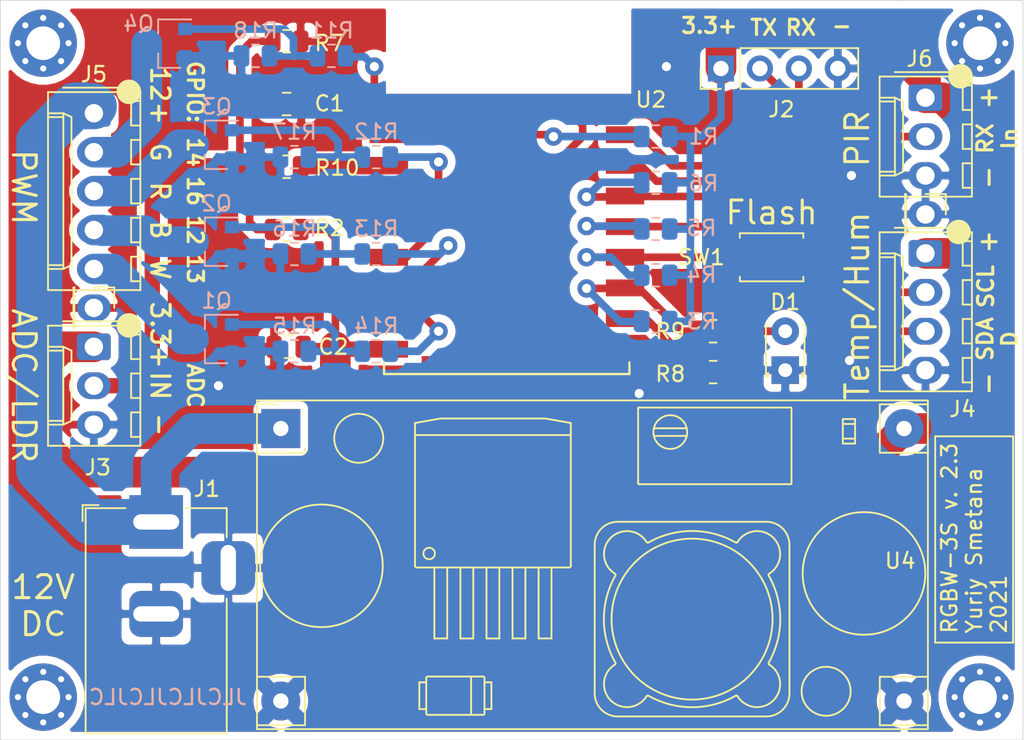
<source format=kicad_pcb>
(kicad_pcb (version 20171130) (host pcbnew "(5.1.9)-1")
  (layers (0 F.Cu signal hide) (31 B.Cu signal hide) (34 B.Paste user hide) (35 F.Paste user) (36 B.SilkS user hide) (37 F.SilkS user) (38 B.Mask user hide) (39 F.Mask user) (44 Edge.Cuts user))
  (net 0 "")
  (net 1 GND)
  (net 2 ADC)
  (net 3 +3V3)
  (net 4 "Net-(D1-Pad2)")
  (net 5 +12V)
  (net 6 TXD)
  (net 7 RXD)
  (net 8 /G-Out)
  (net 9 /R-Out)
  (net 10 /B-Out)
  (net 11 /W-Out)
  (net 12 /SCL)
  (net 13 /SDA-DATA)
  (net 14 "Net-(Q1-Pad1)")
  (net 15 "Net-(Q2-Pad1)")
  (net 16 "Net-(Q3-Pad1)")
  (net 17 "Net-(Q4-Pad1)")
  (net 18 "Net-(R1-Pad2)")
  (net 19 "Net-(R2-Pad2)")
  (net 20 /LED)
  (net 21 "Net-(R4-Pad2)")
  (net 22 "Net-(R8-Pad1)")
  (net 23 "Net-(U2-Pad17)")
  (net 24 "Net-(U2-Pad18)")
  (net 25 "Net-(U2-Pad19)")
  (net 26 "Net-(U2-Pad20)")
  (net 27 "Net-(U2-Pad21)")
  (net 28 "Net-(U2-Pad22)")
  (net 29 "Net-(R10-Pad1)")
  (net 30 White)
  (net 31 Red)
  (net 32 Blue)
  (net 33 Green)
  (module Connector_PinHeader_2.54mm:PinHeader_1x01_P2.54mm_Vertical (layer F.Cu) (at 79.375 39.37 270)
    (fp_text reference REF** hide)
    (fp_text value PinHeader_1x01_P2.54mm_Vertical)
    (pad 4* thru_hole oval (at 0 0 270) (size 1.74 2.2) (drill 1.2) (layers *.Cu *.Mask) (net 1 GND))
  )
  (module Connector_PinHeader_2.54mm:PinHeader_1x01_P2.54mm_Vertical (layer F.Cu) (at 25.146 45.466 270)
    (fp_text reference REF** hide)
    (fp_text value PinHeader_1x01_P2.54mm_Vertical)
    (pad 6* thru_hole oval (at 0 0 270) (size 1.74 2.2) (drill 1.2) (layers *.Cu *.Mask) (net 1 GND))
  )
  (module Package_TO_SOT_SMD:SOT-23 (layer B.Cu) (at 30.099 28.221 180)
    (fp_text reference Q4 (at 2.032 1.297) (layer B.SilkS) (effects (justify mirror)))
    (fp_text value IRLML0040TRPBF)
    (pad 3 smd rect (at 1 0 180) (size 0.9 0.8) (layers B.Cu B.Paste B.Mask) (net 8 /G-Out))
    (pad 2 smd rect (at -1 -0.95 180) (size 0.9 0.8) (layers B.Cu B.Paste B.Mask) (net 1 GND))
    (pad 1 smd rect (at -1 0.95 180) (size 0.9 0.8) (layers B.Cu B.Paste B.Mask) (net 17 "Net-(Q4-Pad1)"))
  )
  (module Package_TO_SOT_SMD:SOT-23 (layer B.Cu) (at 33.147 34.825 180)
    (fp_text reference Q3 (at 0 2.5) (layer B.SilkS) (effects (justify mirror)))
    (fp_text value IRLML0040TRPBF)
    (pad 3 smd rect (at 1 0 180) (size 0.9 0.8) (layers B.Cu B.Paste B.Mask) (net 9 /R-Out))
    (pad 2 smd rect (at -1 -0.95 180) (size 0.9 0.8) (layers B.Cu B.Paste B.Mask) (net 1 GND))
    (pad 1 smd rect (at -1 0.95 180) (size 0.9 0.8) (layers B.Cu B.Paste B.Mask) (net 16 "Net-(Q3-Pad1)"))
  )
  (module Package_TO_SOT_SMD:SOT-23 (layer B.Cu) (at 33.147 47.498 180)
    (fp_text reference Q1 (at 0 2.5) (layer B.SilkS) (effects (justify mirror)))
    (fp_text value IRLML0040TRPBF)
    (pad 3 smd rect (at 1 0 180) (size 0.9 0.8) (layers B.Cu B.Paste B.Mask) (net 11 /W-Out))
    (pad 2 smd rect (at -1 -0.95 180) (size 0.9 0.8) (layers B.Cu B.Paste B.Mask) (net 1 GND))
    (pad 1 smd rect (at -1 0.95 180) (size 0.9 0.8) (layers B.Cu B.Paste B.Mask) (net 14 "Net-(Q1-Pad1)"))
  )
  (module Capacitor_SMD:C_0805_2012Metric (layer F.Cu) (at 37.846 48.006 180)
    (fp_text reference C2 (at -2.921 0) (layer F.SilkS))
    (fp_text value 100nF)
    (pad 2 smd roundrect (at 0.95 0 180) (size 1 1.45) (layers F.Cu F.Paste F.Mask) (net 1 GND))
    (pad 1 smd roundrect (at -0.95 0 180) (size 1 1.45) (layers F.Cu F.Paste F.Mask) (net 3 +3V3))
  )
  (module Capacitor_SMD:C_0805_2012Metric (layer F.Cu) (at 37.719 32.16275)
    (fp_text reference C1 (at 2.794 -0.03175) (layer F.SilkS))
    (fp_text value 1uF)
    (pad 2 smd roundrect (at 0.95 0) (size 1 1.45) (layers F.Cu F.Paste F.Mask) (net 1 GND))
    (pad 1 smd roundrect (at -0.95 0) (size 1 1.45) (layers F.Cu F.Paste F.Mask) (net 2 ADC))
  )
  (module Package_TO_SOT_SMD:SOT-23 (layer B.Cu) (at 33.147 41.148 180)
    (fp_text reference Q2 (at 0 2.5) (layer B.SilkS) (effects (justify mirror)))
    (fp_text value IRLML0040TRPBF)
    (pad 3 smd rect (at 1 0 180) (size 0.9 0.8) (layers B.Cu B.Paste B.Mask) (net 10 /B-Out))
    (pad 2 smd rect (at -1 -0.95 180) (size 0.9 0.8) (layers B.Cu B.Paste B.Mask) (net 1 GND))
    (pad 1 smd rect (at -1 0.95 180) (size 0.9 0.8) (layers B.Cu B.Paste B.Mask) (net 15 "Net-(Q2-Pad1)"))
  )
  (module Resistor_SMD:R_0805_2012Metric (layer B.Cu) (at 35.687 29.021 180)
    (fp_text reference R18 (at 0 1.65) (layer B.SilkS) (effects (justify mirror)))
    (fp_text value 10K)
    (pad 2 smd roundrect (at 0.9125 0 180) (size 1.025 1.4) (layers B.Cu B.Paste B.Mask) (roundrect_rratio 0.243902) (net 1 GND))
    (pad 1 smd roundrect (at -0.9125 0 180) (size 1.025 1.4) (layers B.Cu B.Paste B.Mask) (roundrect_rratio 0.243902) (net 17 "Net-(Q4-Pad1)"))
  )
  (module Resistor_SMD:R_0805_2012Metric (layer B.Cu) (at 38.227 35.625 180)
    (fp_text reference R17 (at 0 1.65) (layer B.SilkS) (effects (justify mirror)))
    (fp_text value 10K)
    (pad 2 smd roundrect (at 0.9125 0 180) (size 1.025 1.4) (layers B.Cu B.Paste B.Mask) (roundrect_rratio 0.243902) (net 1 GND))
    (pad 1 smd roundrect (at -0.9125 0 180) (size 1.025 1.4) (layers B.Cu B.Paste B.Mask) (roundrect_rratio 0.243902) (net 16 "Net-(Q3-Pad1)"))
  )
  (module Resistor_SMD:R_0805_2012Metric (layer B.Cu) (at 38.227 41.948 180)
    (fp_text reference R16 (at 0 1.65) (layer B.SilkS) (effects (justify mirror)))
    (fp_text value 10K)
    (pad 2 smd roundrect (at 0.9125 0 180) (size 1.025 1.4) (layers B.Cu B.Paste B.Mask) (roundrect_rratio 0.243902) (net 1 GND))
    (pad 1 smd roundrect (at -0.9125 0 180) (size 1.025 1.4) (layers B.Cu B.Paste B.Mask) (roundrect_rratio 0.243902) (net 15 "Net-(Q2-Pad1)"))
  )
  (module Resistor_SMD:R_0805_2012Metric (layer B.Cu) (at 38.227 48.298 180)
    (fp_text reference R15 (at 0 1.65) (layer B.SilkS) (effects (justify mirror)))
    (fp_text value 10K)
    (pad 2 smd roundrect (at 0.9125 0 180) (size 1.025 1.4) (layers B.Cu B.Paste B.Mask) (roundrect_rratio 0.243902) (net 1 GND))
    (pad 1 smd roundrect (at -0.9125 0 180) (size 1.025 1.4) (layers B.Cu B.Paste B.Mask) (roundrect_rratio 0.243902) (net 14 "Net-(Q1-Pad1)"))
  )
  (module Resistor_SMD:R_0805_2012Metric (layer B.Cu) (at 43.561 48.298 180)
    (fp_text reference R14 (at 0 1.65) (layer B.SilkS) (effects (justify mirror)))
    (fp_text value 1K)
    (pad 2 smd roundrect (at 0.9125 0 180) (size 1.025 1.4) (layers B.Cu B.Paste B.Mask) (roundrect_rratio 0.243902) (net 14 "Net-(Q1-Pad1)"))
    (pad 1 smd roundrect (at -0.9125 0 180) (size 1.025 1.4) (layers B.Cu B.Paste B.Mask) (roundrect_rratio 0.243902) (net 30 White))
  )
  (module Resistor_SMD:R_0805_2012Metric (layer B.Cu) (at 43.561 41.948 180)
    (fp_text reference R13 (at 0 1.65) (layer B.SilkS) (effects (justify mirror)))
    (fp_text value 1K)
    (pad 2 smd roundrect (at 0.9125 0 180) (size 1.025 1.4) (layers B.Cu B.Paste B.Mask) (roundrect_rratio 0.243902) (net 15 "Net-(Q2-Pad1)"))
    (pad 1 smd roundrect (at -0.9125 0 180) (size 1.025 1.4) (layers B.Cu B.Paste B.Mask) (roundrect_rratio 0.243902) (net 32 Blue))
  )
  (module Resistor_SMD:R_0805_2012Metric (layer B.Cu) (at 43.561 35.625 180)
    (fp_text reference R12 (at 0 1.65) (layer B.SilkS) (effects (justify mirror)))
    (fp_text value 1K)
    (pad 2 smd roundrect (at 0.9125 0 180) (size 1.025 1.4) (layers B.Cu B.Paste B.Mask) (roundrect_rratio 0.243902) (net 16 "Net-(Q3-Pad1)"))
    (pad 1 smd roundrect (at -0.9125 0 180) (size 1.025 1.4) (layers B.Cu B.Paste B.Mask) (roundrect_rratio 0.243902) (net 31 Red))
  )
  (module Resistor_SMD:R_0805_2012Metric (layer B.Cu) (at 40.64 29.021 180)
    (fp_text reference R11 (at 0 1.65) (layer B.SilkS) (effects (justify mirror)))
    (fp_text value 1K)
    (pad 2 smd roundrect (at 0.9125 0 180) (size 1.025 1.4) (layers B.Cu B.Paste B.Mask) (roundrect_rratio 0.243902) (net 17 "Net-(Q4-Pad1)"))
    (pad 1 smd roundrect (at -0.9125 0 180) (size 1.025 1.4) (layers B.Cu B.Paste B.Mask) (roundrect_rratio 0.243902) (net 33 Green))
  )
  (module Resistor_SMD:R_0805_2012Metric (layer F.Cu) (at 37.719 36.2585 180)
    (fp_text reference R10 (at -3.302 -0.0635) (layer F.SilkS))
    (fp_text value 1)
    (pad 2 smd roundrect (at 0.9125 0 180) (size 1.025 1.4) (layers F.Cu F.Paste F.Mask) (roundrect_rratio 0.243902) (net 2 ADC))
    (pad 1 smd roundrect (at -0.9125 0 180) (size 1.025 1.4) (layers F.Cu F.Paste F.Mask) (roundrect_rratio 0.243902) (net 29 "Net-(R10-Pad1)"))
  )
  (module Resistor_SMD:R_0805_2012Metric (layer F.Cu) (at 65.532 46.99)
    (fp_text reference R9 (at -2.794 0) (layer F.SilkS))
    (fp_text value 10K)
    (pad 2 smd roundrect (at 0.9125 0) (size 1.025 1.4) (layers F.Cu F.Paste F.Mask) (roundrect_rratio 0.243902) (net 4 "Net-(D1-Pad2)"))
    (pad 1 smd roundrect (at -0.9125 0) (size 1.025 1.4) (layers F.Cu F.Paste F.Mask) (roundrect_rratio 0.243902) (net 20 /LED))
  )
  (module Resistor_SMD:R_0805_2012Metric (layer F.Cu) (at 65.532 49.657)
    (fp_text reference R8 (at -2.794 0.127) (layer F.SilkS))
    (fp_text value 10K)
    (pad 2 smd roundrect (at 0.9125 0) (size 1.025 1.4) (layers F.Cu F.Paste F.Mask) (roundrect_rratio 0.243902) (net 1 GND))
    (pad 1 smd roundrect (at -0.9125 0) (size 1.025 1.4) (layers F.Cu F.Paste F.Mask) (roundrect_rratio 0.243902) (net 22 "Net-(R8-Pad1)"))
  )
  (module Resistor_SMD:R_0805_2012Metric (layer F.Cu) (at 37.719 28.067)
    (fp_text reference R7 (at 2.794 0.127) (layer F.SilkS))
    (fp_text value 4K7)
    (pad 2 smd roundrect (at 0.9125 0) (size 1.025 1.4) (layers F.Cu F.Paste F.Mask) (roundrect_rratio 0.243902) (net 1 GND))
    (pad 1 smd roundrect (at -0.9125 0) (size 1.025 1.4) (layers F.Cu F.Paste F.Mask) (roundrect_rratio 0.243902) (net 2 ADC))
  )
  (module Resistor_SMD:R_0805_2012Metric (layer B.Cu) (at 61.78296 37.30117 180)
    (fp_text reference R6 (at -3.11404 -0.03683) (layer B.SilkS) (effects (justify mirror)))
    (fp_text value 4K7)
    (pad 1 smd roundrect (at -0.9125 0 180) (size 1.025 1.4) (layers B.Cu B.Paste B.Mask) (roundrect_rratio 0.243902) (net 3 +3V3))
    (pad 2 smd roundrect (at 0.9125 0 180) (size 1.025 1.4) (layers B.Cu B.Paste B.Mask) (roundrect_rratio 0.243902) (net 12 /SCL))
  )
  (module Resistor_SMD:R_0805_2012Metric (layer B.Cu) (at 61.78296 40.31742 180)
    (fp_text reference R5 (at -2.98704 0.05842) (layer B.SilkS) (effects (justify mirror)))
    (fp_text value 4K7)
    (pad 1 smd roundrect (at -0.9125 0 180) (size 1.025 1.4) (layers B.Cu B.Paste B.Mask) (roundrect_rratio 0.243902) (net 3 +3V3))
    (pad 2 smd roundrect (at 0.9125 0 180) (size 1.025 1.4) (layers B.Cu B.Paste B.Mask) (roundrect_rratio 0.243902) (net 13 /SDA-DATA))
  )
  (module Resistor_SMD:R_0805_2012Metric (layer B.Cu) (at 61.78296 43.33367 180)
    (fp_text reference R4 (at -2.98704 0.02667) (layer B.SilkS) (effects (justify mirror)))
    (fp_text value 10K)
    (pad 1 smd roundrect (at -0.9125 0 180) (size 1.025 1.4) (layers B.Cu B.Paste B.Mask) (roundrect_rratio 0.243902) (net 3 +3V3))
    (pad 2 smd roundrect (at 0.9125 0 180) (size 1.025 1.4) (layers B.Cu B.Paste B.Mask) (roundrect_rratio 0.243902) (net 21 "Net-(R4-Pad2)"))
  )
  (module Resistor_SMD:R_0805_2012Metric (layer B.Cu) (at 61.78296 46.34992 180)
    (fp_text reference R3 (at -2.98704 -0.00508) (layer B.SilkS) (effects (justify mirror)))
    (fp_text value 10K)
    (pad 1 smd roundrect (at -0.9125 0 180) (size 1.025 1.4) (layers B.Cu B.Paste B.Mask) (roundrect_rratio 0.243902) (net 3 +3V3))
    (pad 2 smd roundrect (at 0.9125 0 180) (size 1.025 1.4) (layers B.Cu B.Paste B.Mask) (roundrect_rratio 0.243902) (net 20 /LED))
  )
  (module Resistor_SMD:R_0805_2012Metric (layer F.Cu) (at 37.719 40.35425 180)
    (fp_text reference R2 (at -2.794 0.09525) (layer F.SilkS))
    (fp_text value 10K)
    (pad 2 smd roundrect (at 0.9125 0 180) (size 1.025 1.4) (layers F.Cu F.Paste F.Mask) (roundrect_rratio 0.243902) (net 19 "Net-(R2-Pad2)"))
    (pad 1 smd roundrect (at -0.9125 0 180) (size 1.025 1.4) (layers F.Cu F.Paste F.Mask) (roundrect_rratio 0.243902) (net 3 +3V3))
  )
  (module Resistor_SMD:R_0805_2012Metric (layer B.Cu) (at 61.78296 34.28492 180)
    (fp_text reference R1 (at -3.11404 -0.00508) (layer B.SilkS) (effects (justify mirror)))
    (fp_text value 10K)
    (pad 1 smd roundrect (at -0.9125 0 180) (size 1.025 1.4) (layers B.Cu B.Paste B.Mask) (roundrect_rratio 0.243902) (net 3 +3V3))
    (pad 2 smd roundrect (at 0.9125 0 180) (size 1.025 1.4) (layers B.Cu B.Paste B.Mask) (roundrect_rratio 0.243902) (net 18 "Net-(R1-Pad2)"))
  )
  (module Connector_Molex:Molex_KK-254_AE-6410-04A_1x04_P2.54mm_Vertical (layer F.Cu) (at 79.375 41.91 270)
    (fp_text reference J4 (at 10.16 -2.413 180) (layer F.SilkS))
    (fp_text value "Temp. S.")
    (pad 4 thru_hole oval (at 7.62 0 270) (size 1.74 2.2) (drill 1.2) (layers *.Cu *.Mask) (net 1 GND))
    (pad 3 thru_hole oval (at 5.08 0 270) (size 1.74 2.2) (drill 1.2) (layers *.Cu *.Mask) (net 13 /SDA-DATA))
    (pad 2 thru_hole oval (at 2.54 0 270) (size 1.74 2.2) (drill 1.2) (layers *.Cu *.Mask) (net 12 /SCL))
    (pad 1 thru_hole roundrect (at 0 0 270) (size 1.74 2.2) (drill 1.2) (layers *.Cu *.Mask) (roundrect_rratio 0.1436775862068966) (net 3 +3V3))
  )
  (module Connector_Molex:Molex_KK-254_AE-6410-03A_1x03_P2.54mm_Vertical (layer F.Cu) (at 25.146 48.006 270)
    (fp_text reference J5 (at -17.78 0 180) (layer F.SilkS))
    (fp_text value "Light. S.")
    (pad 3 thru_hole oval (at 5.08 0 270) (size 1.74 2.2) (drill 1.2) (layers *.Cu *.Mask) (net 1 GND))
    (pad 2 thru_hole oval (at 2.54 0 270) (size 1.74 2.2) (drill 1.2) (layers *.Cu *.Mask) (net 2 ADC))
    (pad 1 thru_hole roundrect (at 0 0 270) (size 1.74 2.2) (drill 1.2) (layers *.Cu *.Mask) (roundrect_rratio 0.1436775862068966) (net 3 +3V3))
  )
  (module Connector_Molex:Molex_KK-254_AE-6410-03A_1x03_P2.54mm_Vertical (layer F.Cu) (at 79.375 31.75 270)
    (fp_text reference J6 (at -2.54 0.381 180) (layer F.SilkS))
    (fp_text value PIR)
    (pad 3 thru_hole oval (at 5.08 0 270) (size 1.74 2.2) (drill 1.2) (layers *.Cu *.Mask) (net 1 GND))
    (pad 2 thru_hole oval (at 2.54 0 270) (size 1.74 2.2) (drill 1.2) (layers *.Cu *.Mask) (net 7 RXD))
    (pad 1 thru_hole roundrect (at 0 0 270) (size 1.74 2.2) (drill 1.2) (layers *.Cu *.Mask) (roundrect_rratio 0.1436775862068966) (net 3 +3V3))
  )
  (module ESP8266:ESP-12E_SMD (layer F.Cu) (at 45.085 34.163)
    (fp_text reference U2 (at 16.383 -2.286) (layer F.SilkS))
    (fp_text value ESP-12E)
    (pad 1 smd rect (at 0 0) (size 2.5 1.1) (drill (offset -0.7 0)) (layers F.Cu F.Paste F.Mask) (net 18 "Net-(R1-Pad2)"))
    (pad 2 smd rect (at 0 2) (size 2.5 1.1) (drill (offset -0.7 0)) (layers F.Cu F.Paste F.Mask) (net 29 "Net-(R10-Pad1)"))
    (pad 3 smd rect (at 0 4) (size 2.5 1.1) (drill (offset -0.7 0)) (layers F.Cu F.Paste F.Mask) (net 19 "Net-(R2-Pad2)"))
    (pad 4 smd rect (at 0 6) (size 2.5 1.1) (drill (offset -0.7 0)) (layers F.Cu F.Paste F.Mask) (net 31 Red))
    (pad 5 smd rect (at 0 8) (size 2.5 1.1) (drill (offset -0.7 0)) (layers F.Cu F.Paste F.Mask) (net 33 Green))
    (pad 6 smd rect (at 0 10) (size 2.5 1.1) (drill (offset -0.7 0)) (layers F.Cu F.Paste F.Mask) (net 32 Blue))
    (pad 7 smd rect (at 0 12) (size 2.5 1.1) (drill (offset -0.7 0)) (layers F.Cu F.Paste F.Mask) (net 30 White))
    (pad 8 smd rect (at 0 14) (size 2.5 1.1) (drill (offset -0.7 0)) (layers F.Cu F.Paste F.Mask) (net 3 +3V3))
    (pad 9 smd rect (at 14 14) (size 2.5 1.1) (drill (offset 0.7 0)) (layers F.Cu F.Paste F.Mask) (net 1 GND))
    (pad 10 smd rect (at 14 12) (size 2.5 1.1) (drill (offset 0.7 0)) (layers F.Cu F.Paste F.Mask) (net 22 "Net-(R8-Pad1)"))
    (pad 11 smd rect (at 14 10) (size 2.5 1.1) (drill (offset 0.7 0)) (layers F.Cu F.Paste F.Mask) (net 20 /LED))
    (pad 12 smd rect (at 14 8) (size 2.5 1.1) (drill (offset 0.7 0)) (layers F.Cu F.Paste F.Mask) (net 21 "Net-(R4-Pad2)"))
    (pad 13 smd rect (at 14 6) (size 2.5 1.1) (drill (offset 0.7 0)) (layers F.Cu F.Paste F.Mask) (net 13 /SDA-DATA))
    (pad 14 smd rect (at 14 4) (size 2.5 1.1) (drill (offset 0.7 0)) (layers F.Cu F.Paste F.Mask) (net 12 /SCL))
    (pad 15 smd rect (at 14 2) (size 2.5 1.1) (drill (offset 0.7 0)) (layers F.Cu F.Paste F.Mask) (net 7 RXD))
    (pad 16 smd rect (at 14 0) (size 2.5 1.1) (drill (offset 0.7 0)) (layers F.Cu F.Paste F.Mask) (net 6 TXD))
    (pad 17 smd rect (at 1.99 15 90) (size 2.5 1.1) (drill (offset -0.7 0)) (layers F.Cu F.Paste F.Mask) (net 23 "Net-(U2-Pad17)"))
    (pad 18 smd rect (at 3.99 15 90) (size 2.5 1.1) (drill (offset -0.7 0)) (layers F.Cu F.Paste F.Mask) (net 24 "Net-(U2-Pad18)"))
    (pad 19 smd rect (at 5.99 15 90) (size 2.5 1.1) (drill (offset -0.7 0)) (layers F.Cu F.Paste F.Mask) (net 25 "Net-(U2-Pad19)"))
    (pad 20 smd rect (at 7.99 15 90) (size 2.5 1.1) (drill (offset -0.7 0)) (layers F.Cu F.Paste F.Mask) (net 26 "Net-(U2-Pad20)"))
    (pad 21 smd rect (at 9.99 15 90) (size 2.5 1.1) (drill (offset -0.7 0)) (layers F.Cu F.Paste F.Mask) (net 27 "Net-(U2-Pad21)"))
    (pad 22 smd rect (at 11.99 15 90) (size 2.5 1.1) (drill (offset -0.7 0)) (layers F.Cu F.Paste F.Mask) (net 28 "Net-(U2-Pad22)"))
  )
  (module MountingHole:MountingHole_2.2mm_M2_Pad_Via (layer F.Cu) (at 21.844 28.194)
    (fp_text reference REF** (at -3.81 -4.318) (layer F.SilkS))
    (fp_text value MountingHole_2.2mm_M2_Pad_Via hide)
    (pad GND thru_hole circle (at 0 0) (size 4.4 4.4) (drill 2.2) (layers *.Cu *.Mask))
    (pad 1 thru_hole circle (at 1.65 0) (size 0.7 0.7) (drill 0.4) (layers *.Cu *.Mask))
    (pad 1 thru_hole circle (at 1.166726 1.166726) (size 0.7 0.7) (drill 0.4) (layers *.Cu *.Mask))
    (pad 1 thru_hole circle (at 0 1.65) (size 0.7 0.7) (drill 0.4) (layers *.Cu *.Mask))
    (pad 1 thru_hole circle (at -1.166726 1.166726) (size 0.7 0.7) (drill 0.4) (layers *.Cu *.Mask))
    (pad 1 thru_hole circle (at -1.65 0) (size 0.7 0.7) (drill 0.4) (layers *.Cu *.Mask))
    (pad 1 thru_hole circle (at -1.166726 -1.166726) (size 0.7 0.7) (drill 0.4) (layers *.Cu *.Mask))
    (pad 1 thru_hole circle (at 0 -1.65) (size 0.7 0.7) (drill 0.4) (layers *.Cu *.Mask))
    (pad 1 thru_hole circle (at 1.166726 -1.166726) (size 0.7 0.7) (drill 0.4) (layers *.Cu *.Mask))
  )
  (module MountingHole:MountingHole_2.2mm_M2_Pad_Via (layer F.Cu) (at 82.931 28.194)
    (fp_text reference REF** (at 2.54 -5.334) (layer F.SilkS))
    (fp_text value MountingHole_2.2mm_M2_Pad_Via hide)
    (pad 1 thru_hole circle (at 1.166726 -1.166726) (size 0.7 0.7) (drill 0.4) (layers *.Cu *.Mask))
    (pad 1 thru_hole circle (at 0 -1.65) (size 0.7 0.7) (drill 0.4) (layers *.Cu *.Mask))
    (pad 1 thru_hole circle (at -1.166726 -1.166726) (size 0.7 0.7) (drill 0.4) (layers *.Cu *.Mask))
    (pad 1 thru_hole circle (at -1.65 0) (size 0.7 0.7) (drill 0.4) (layers *.Cu *.Mask))
    (pad 1 thru_hole circle (at -1.166726 1.166726) (size 0.7 0.7) (drill 0.4) (layers *.Cu *.Mask))
    (pad 1 thru_hole circle (at 0 1.65) (size 0.7 0.7) (drill 0.4) (layers *.Cu *.Mask))
    (pad 1 thru_hole circle (at 1.166726 1.166726) (size 0.7 0.7) (drill 0.4) (layers *.Cu *.Mask))
    (pad 1 thru_hole circle (at 1.65 0) (size 0.7 0.7) (drill 0.4) (layers *.Cu *.Mask))
    (pad GND thru_hole circle (at 0 0) (size 4.4 4.4) (drill 2.2) (layers *.Cu *.Mask))
  )
  (module MountingHole:MountingHole_2.2mm_M2_Pad_Via (layer F.Cu) (at 82.931 70.866)
    (fp_text reference REF** (at 5.842 0) (layer F.SilkS))
    (fp_text value MountingHole_2.2mm_M2_Pad_Via hide)
    (pad GND thru_hole circle (at 0 0) (size 4.4 4.4) (drill 2.2) (layers *.Cu *.Mask))
    (pad 1 thru_hole circle (at 1.65 0) (size 0.7 0.7) (drill 0.4) (layers *.Cu *.Mask))
    (pad 1 thru_hole circle (at 1.166726 1.166726) (size 0.7 0.7) (drill 0.4) (layers *.Cu *.Mask))
    (pad 1 thru_hole circle (at 0 1.65) (size 0.7 0.7) (drill 0.4) (layers *.Cu *.Mask))
    (pad 1 thru_hole circle (at -1.166726 1.166726) (size 0.7 0.7) (drill 0.4) (layers *.Cu *.Mask))
    (pad 1 thru_hole circle (at -1.65 0) (size 0.7 0.7) (drill 0.4) (layers *.Cu *.Mask))
    (pad 1 thru_hole circle (at -1.166726 -1.166726) (size 0.7 0.7) (drill 0.4) (layers *.Cu *.Mask))
    (pad 1 thru_hole circle (at 0 -1.65) (size 0.7 0.7) (drill 0.4) (layers *.Cu *.Mask))
    (pad 1 thru_hole circle (at 1.166726 -1.166726) (size 0.7 0.7) (drill 0.4) (layers *.Cu *.Mask))
  )
  (module MountingHole:MountingHole_2.2mm_M2_Pad_Via (layer F.Cu) (at 21.844 70.866)
    (fp_text reference REF** (at -5.08 0.508) (layer F.SilkS))
    (fp_text value MountingHole_2.2mm_M2_Pad_Via hide)
    (pad GND thru_hole circle (at 0 0) (size 4.4 4.4) (drill 2.2) (layers *.Cu *.Mask))
    (pad 1 thru_hole circle (at 1.65 0) (size 0.7 0.7) (drill 0.4) (layers *.Cu *.Mask))
    (pad 1 thru_hole circle (at 1.166726 1.166726) (size 0.7 0.7) (drill 0.4) (layers *.Cu *.Mask))
    (pad 1 thru_hole circle (at 0 1.65) (size 0.7 0.7) (drill 0.4) (layers *.Cu *.Mask))
    (pad 1 thru_hole circle (at -1.166726 1.166726) (size 0.7 0.7) (drill 0.4) (layers *.Cu *.Mask))
    (pad 1 thru_hole circle (at -1.65 0) (size 0.7 0.7) (drill 0.4) (layers *.Cu *.Mask))
    (pad 1 thru_hole circle (at -1.166726 -1.166726) (size 0.7 0.7) (drill 0.4) (layers *.Cu *.Mask))
    (pad 1 thru_hole circle (at 0 -1.65) (size 0.7 0.7) (drill 0.4) (layers *.Cu *.Mask))
    (pad 1 thru_hole circle (at 1.166726 -1.166726) (size 0.7 0.7) (drill 0.4) (layers *.Cu *.Mask))
  )
  (module LED_THT:LED_D1.8mm_W3.3mm_H2.4mm (layer F.Cu) (at 70.231 49.53 90)
    (fp_text reference D1 (at 4.445 0 180) (layer F.SilkS))
    (fp_text value LED)
    (pad 2 thru_hole circle (at 2.54 0 90) (size 1.8 1.8) (drill 0.9) (layers *.Cu *.Mask) (net 4 "Net-(D1-Pad2)"))
    (pad 1 thru_hole rect (at 0 0 90) (size 1.8 1.8) (drill 0.9) (layers *.Cu *.Mask) (net 1 GND))
  )
  (module Connector_BarrelJack:BarrelJack_Horizontal (layer F.Cu) (at 29.21 59.436 90)
    (fp_text reference J1 (at 2.159 3.302 180) (layer F.SilkS))
    (fp_text value "12V IN")
    (pad 3 thru_hole roundrect (at -3 4.7 90) (size 3.5 3.5) (drill oval 3 1) (layers *.Cu *.Mask) (net 1 GND))
    (pad 2 thru_hole roundrect (at -6 0 90) (size 3 3.5) (drill oval 1 3) (layers *.Cu *.Mask) (net 1 GND))
    (pad 1 thru_hole rect (at 0 0 90) (size 3.5 3.5) (drill oval 1 3) (layers *.Cu *.Mask) (net 5 +12V))
  )
  (module Connector_PinHeader_2.54mm:PinHeader_1x04_P2.54mm_Vertical (layer F.Cu) (at 66.04 29.845 90)
    (fp_text reference J2 (at -2.667 3.937 180) (layer F.SilkS))
    (fp_text value PROG)
    (pad 4 thru_hole oval (at 0 7.62 90) (size 1.7 1.7) (drill 1) (layers *.Cu *.Mask) (net 1 GND))
    (pad 3 thru_hole oval (at 0 5.08 90) (size 1.7 1.7) (drill 1) (layers *.Cu *.Mask) (net 7 RXD))
    (pad 2 thru_hole oval (at 0 2.54 90) (size 1.7 1.7) (drill 1) (layers *.Cu *.Mask) (net 6 TXD))
    (pad 1 thru_hole rect (at 0 0 90) (size 1.7 1.7) (drill 1) (layers *.Cu *.Mask) (net 3 +3V3))
  )
  (module Connector_Molex:Molex_KK-254_AE-6410-05A_1x05_P2.54mm_Vertical (layer F.Cu) (at 25.146 32.766 270)
    (fp_text reference J3 (at 23.114 -0.254) (layer F.SilkS))
    (fp_text value "LED Str.")
    (pad 5 thru_hole oval (at 10.16 0 270) (size 1.74 2.2) (drill 1.2) (layers *.Cu *.Mask) (net 11 /W-Out))
    (pad 4 thru_hole oval (at 7.62 0 270) (size 1.74 2.2) (drill 1.2) (layers *.Cu *.Mask) (net 10 /B-Out))
    (pad 3 thru_hole oval (at 5.08 0 270) (size 1.74 2.2) (drill 1.2) (layers *.Cu *.Mask) (net 9 /R-Out))
    (pad 2 thru_hole oval (at 2.54 0 270) (size 1.74 2.2) (drill 1.2) (layers *.Cu *.Mask) (net 8 /G-Out))
    (pad 1 thru_hole roundrect (at 0 0 270) (size 1.74 2.2) (drill 1.2) (layers *.Cu *.Mask) (roundrect_rratio 0.1436775862068966) (net 5 +12V))
  )
  (module Button_Switch_SMD:SW_Push_SPST_NO_Alps_SKRK (layer F.Cu) (at 69.342 42.164 180)
    (fp_text reference SW1 (at 4.572 0) (layer F.SilkS))
    (fp_text value Flash)
    (pad 1 smd roundrect (at -2.1 0 180) (size 0.8 2) (layers F.Cu F.Paste F.Mask) (net 1 GND))
    (pad 2 smd roundrect (at 2.1 0 180) (size 0.8 2) (layers F.Cu F.Paste F.Mask) (net 21 "Net-(R4-Pad2)"))
  )
  (module lm2596-model-for-kicad-1.snapshot:YAAJ_DCDC_StepDown_LM2596 (layer F.Cu) (at 37.338 53.34)
    (fp_text reference U4 (at 40.386 8.636) (layer F.SilkS))
    (fp_text value DCDC_LM2596)
    (pad 1 thru_hole rect (at 0 0) (size 2.54 2.54) (drill 1) (layers *.Cu *.Mask) (net 5 +12V))
    (pad 2 thru_hole circle (at 0 17.78) (size 2.54 2.54) (drill 1) (layers *.Cu *.Mask) (net 1 GND))
    (pad 4 thru_hole circle (at 40.64 0) (size 2.54 2.54) (drill 1) (layers *.Cu *.Mask) (net 3 +3V3))
    (pad 3 thru_hole circle (at 40.64 17.78) (size 2.54 2.54) (drill 1) (layers *.Cu *.Mask) (net 1 GND))
  )
  (gr_text ADC (at 31.75 50.546 -90) (layer F.SilkS) (effects (font (size 1 1) (thickness 0.2))))
  (gr_text GPIO: (at 31.75 31.369 -90) (layer F.SilkS) (effects (font (size 1 1) (thickness 0.2))))
  (gr_text 13 (at 31.75 42.926 -90) (layer F.SilkS) (effects (font (size 1 1) (thickness 0.2))))
  (gr_text 12 (at 31.75 40.386 -90) (layer F.SilkS) (effects (font (size 1 1) (thickness 0.2))))
  (gr_text 16 (at 31.75 37.846 -90) (layer F.SilkS) (effects (font (size 1 1) (thickness 0.2))))
  (gr_text 14 (at 31.75 35.306 -90) (layer F.SilkS) (effects (font (size 1 1) (thickness 0.2))))
  (gr_circle (center 81.661 30.353) (end 82.062609 30.353) (layer F.SilkS) (width 0.8))
  (gr_circle (center 81.534 40.513) (end 81.935609 40.513) (layer F.SilkS) (width 0.8))
  (gr_circle (center 27.432 46.609) (end 27.833609 46.609) (layer F.SilkS) (width 0.8))
  (gr_circle (center 27.432 31.369) (end 27.833609 31.369) (layer F.SilkS) (width 0.8))
  (gr_line (start 19.05 73.025) (end 19.05 73.66) (layer Edge.Cuts) (width 0.05))
  (gr_line (start 85.725 73.025) (end 85.725 73.66) (layer Edge.Cuts) (width 0.05))
  (gr_line (start 85.09 53.848) (end 80.01 53.848) (layer F.SilkS) (width 0.12))
  (gr_line (start 85.09 67.31) (end 85.09 53.848) (layer F.SilkS) (width 0.12))
  (gr_line (start 80.01 67.31) (end 85.09 67.31) (layer F.SilkS) (width 0.12))
  (gr_line (start 80.01 53.848) (end 80.01 67.31) (layer F.SilkS) (width 0.12))
  (gr_text JLCJLCJLCJLC (at 29.972 70.866) (layer B.SilkS) (effects (font (size 1 1)) (justify mirror)))
  (gr_text "RGBW-3S v. 2.3\nYuriy Smetana\n2021" (at 82.55 66.802 90) (layer F.SilkS) (effects (font (size 1 1)) (justify left)))
  (gr_text Flash (at 69.342 39.243) (layer F.SilkS) (effects (font (size 1.5 1.5) (thickness 0.2))))
  (gr_text RX (at 71.247 27.178) (layer F.SilkS) (effects (font (size 1 1) (thickness 0.2))))
  (gr_text TX (at 68.834 27.178) (layer F.SilkS) (effects (font (size 1 1) (thickness 0.2))))
  (gr_text - (at 73.914 27.051) (layer F.SilkS) (effects (font (size 1 1) (thickness 0.2))))
  (gr_text 3.3+ (at 65.278 27.051) (layer F.SilkS) (effects (font (size 1 1) (thickness 0.2))))
  (gr_text "12V\nDC" (at 21.844 64.897) (layer F.SilkS) (effects (font (size 1.5 1.5) (thickness 0.2))))
  (gr_text PWM (at 20.574 37.592 -90) (layer F.SilkS) (effects (font (size 1.5 1.5) (thickness 0.2))))
  (gr_text ADC/LDR (at 20.574 50.546 -90) (layer F.SilkS) (effects (font (size 1.5 1.5) (thickness 0.2))))
  (gr_text + (at 83.439 41.148 90) (layer F.SilkS) (effects (font (size 1.2 1.2) (thickness 0.2))))
  (gr_text SCL (at 83.312 44.069 90) (layer F.SilkS) (effects (font (size 1 1) (thickness 0.2))))
  (gr_text "SDA\nD" (at 84.074 47.498 90) (layer F.SilkS) (effects (font (size 1 1) (thickness 0.2))))
  (gr_text - (at 83.439 50.419 90) (layer F.SilkS) (effects (font (size 1.2 1.2) (thickness 0.2))))
  (gr_text Temp/Hum (at 74.93 45.339 90) (layer F.SilkS) (effects (font (size 1.5 1.5) (thickness 0.2))))
  (gr_text PIR (at 74.93 34.417 90) (layer F.SilkS) (effects (font (size 1.5 1.5) (thickness 0.2))))
  (gr_text + (at 83.439 31.75 90) (layer F.SilkS) (effects (font (size 1.2 1.2) (thickness 0.2))))
  (gr_text "RX\nIn" (at 84.074 34.417 90) (layer F.SilkS) (effects (font (size 1 1) (thickness 0.2))))
  (gr_text - (at 83.439 36.957 90) (layer F.SilkS) (effects (font (size 1.2 1.2) (thickness 0.2))))
  (gr_text - (at 29.464 53.086 -90) (layer F.SilkS) (effects (font (size 1.2 1.2) (thickness 0.2))))
  (gr_text 3.3+ (at 29.464 47.244 -90) (layer F.SilkS) (effects (font (size 1.2 1.2) (thickness 0.2))))
  (gr_text IN (at 29.464 50.546 -90) (layer F.SilkS) (effects (font (size 1.2 1.2) (thickness 0.2))))
  (gr_line (start 85.725 25.4) (end 77.47 25.4) (layer Edge.Cuts) (width 0.05))
  (gr_line (start 77.47 73.66) (end 85.725 73.66) (layer Edge.Cuts) (width 0.05))
  (gr_text W (at 29.464 42.926 -90) (layer F.SilkS) (effects (font (size 1.2 1.2) (thickness 0.2))))
  (gr_text B (at 29.464 40.386 -90) (layer F.SilkS) (effects (font (size 1.2 1.2) (thickness 0.2))))
  (gr_text R (at 29.464 37.846 -90) (layer F.SilkS) (effects (font (size 1.2 1.2) (thickness 0.2))))
  (gr_text G (at 29.464 35.306 -90) (layer F.SilkS) (effects (font (size 1.2 1.2) (thickness 0.2))))
  (gr_text 12+ (at 29.464 31.623 -90) (layer F.SilkS) (effects (font (size 1.2 1.2) (thickness 0.2))))
  (gr_line (start 85.725 25.4) (end 85.725 73.025) (layer Edge.Cuts) (width 0.05))
  (gr_line (start 19.05 73.66) (end 77.47 73.66) (layer Edge.Cuts) (width 0.05))
  (gr_line (start 77.47 25.4) (end 19.05 25.4) (layer Edge.Cuts) (width 0.05))
  (gr_line (start 19.05 73.025) (end 19.05 25.4) (layer Edge.Cuts) (width 0.05))
  (via (at 74.422 48.895) (size 1.2) (drill 0.6) (layers F.Cu B.Cu) (net 1))
  (via (at 74.549 36.83) (size 1.2) (drill 0.6) (layers F.Cu B.Cu) (net 1))
  (via (at 33.274 50.546) (size 1.2) (drill 0.6) (layers F.Cu B.Cu) (net 1))
  (via (at 60.706 51.054) (size 1.2) (drill 0.6) (layers F.Cu B.Cu) (net 1))
  (via (at 62.484 29.718) (size 1.2) (drill 0.6) (layers F.Cu B.Cu) (net 1))
  (segment (start 36.719 32.18775) (end 36.694 32.16275) (width 0.5) (layer F.Cu) (net 2))
  (segment (start 36.6555 36.195) (end 36.719 36.2585) (width 1) (layer F.Cu) (net 2))
  (segment (start 28.956 48.768) (end 28.956 38.1) (width 1) (layer F.Cu) (net 2))
  (segment (start 28.956 38.1) (end 30.861 36.195) (width 1) (layer F.Cu) (net 2))
  (segment (start 27.178 50.546) (end 28.956 48.768) (width 1) (layer F.Cu) (net 2))
  (segment (start 25.4 50.546) (end 27.178 50.546) (width 1) (layer F.Cu) (net 2))
  (segment (start 36.719 28.067) (end 35.433 28.067) (width 0.5) (layer F.Cu) (net 2))
  (segment (start 35.433 28.067) (end 34.671 28.829) (width 0.5) (layer F.Cu) (net 2))
  (segment (start 34.671 36.195) (end 36.6555 36.195) (width 1) (layer F.Cu) (net 2))
  (segment (start 30.861 36.195) (end 34.671 36.195) (width 1) (layer F.Cu) (net 2))
  (segment (start 34.70275 32.16275) (end 34.671 32.131) (width 0.5) (layer F.Cu) (net 2))
  (segment (start 36.694 32.16275) (end 34.70275 32.16275) (width 0.5) (layer F.Cu) (net 2))
  (segment (start 34.671 32.131) (end 34.671 36.195) (width 0.5) (layer F.Cu) (net 2))
  (segment (start 34.671 28.829) (end 34.671 32.131) (width 0.5) (layer F.Cu) (net 2))
  (segment (start 80.475 31.75) (end 79.375 31.75) (width 2) (layer F.Cu) (net 3))
  (segment (start 82.423 41.275) (end 82.423 33.698) (width 2) (layer F.Cu) (net 3))
  (segment (start 82.423 33.698) (end 80.475 31.75) (width 2) (layer F.Cu) (net 3))
  (segment (start 81.153 53.34) (end 82.423 52.07) (width 2) (layer F.Cu) (net 3))
  (segment (start 77.978 53.34) (end 81.153 53.34) (width 2) (layer F.Cu) (net 3))
  (segment (start 74.168 56.642) (end 68.961 56.642) (width 2) (layer F.Cu) (net 3))
  (segment (start 74.676 56.642) (end 74.168 56.642) (width 2) (layer F.Cu) (net 3))
  (segment (start 77.978 53.34) (end 74.676 56.642) (width 2) (layer F.Cu) (net 3))
  (segment (start 68.961 56.642) (end 67.437 56.642) (width 0.5) (layer F.Cu) (net 3))
  (segment (start 45.055 48.133) (end 45.085 48.163) (width 0.5) (layer F.Cu) (net 3))
  (segment (start 68.961 56.642) (end 41.148 56.642) (width 2) (layer F.Cu) (net 3))
  (segment (start 39.028 48.163) (end 38.871 48.006) (width 0.5) (layer F.Cu) (net 3))
  (segment (start 38.871 48.006) (end 40.386 48.006) (width 0.5) (layer F.Cu) (net 3))
  (segment (start 40.894 48.006) (end 40.894 40.894) (width 0.5) (layer F.Cu) (net 3))
  (segment (start 40.386 48.006) (end 40.894 48.006) (width 1) (layer F.Cu) (net 3))
  (segment (start 40.35425 40.35425) (end 38.744 40.35425) (width 0.5) (layer F.Cu) (net 3))
  (segment (start 40.894 40.894) (end 40.35425 40.35425) (width 0.5) (layer F.Cu) (net 3))
  (segment (start 40.894 56.388) (end 41.148 56.642) (width 0.5) (layer F.Cu) (net 3))
  (segment (start 40.894 48.006) (end 40.894 56.388) (width 2) (layer F.Cu) (net 3))
  (segment (start 82.423 52.07) (end 82.423 41.275) (width 2) (layer F.Cu) (net 3))
  (segment (start 23.114 48.006) (end 25.146 48.006) (width 2) (layer F.Cu) (net 3))
  (segment (start 21.59 49.53) (end 23.114 48.006) (width 2) (layer F.Cu) (net 3))
  (segment (start 21.59 54.102) (end 21.59 49.53) (width 2) (layer F.Cu) (net 3))
  (segment (start 23.673999 56.185999) (end 21.59 54.102) (width 2) (layer F.Cu) (net 3))
  (segment (start 34.849999 56.185999) (end 23.673999 56.185999) (width 2) (layer F.Cu) (net 3))
  (segment (start 35.306 56.642) (end 34.849999 56.185999) (width 2) (layer F.Cu) (net 3))
  (segment (start 41.148 56.642) (end 35.306 56.642) (width 2) (layer F.Cu) (net 3))
  (segment (start 62.782959 34.259919) (end 62.80796 34.28492) (width 0.5) (layer B.Cu) (net 3))
  (segment (start 62.80796 46.34992) (end 63.81496 46.34992) (width 0.5) (layer B.Cu) (net 3))
  (segment (start 66.04 29.845) (end 66.04 33.02508) (width 0.5) (layer B.Cu) (net 3))
  (segment (start 66.04 33.02508) (end 64.78016 34.28492) (width 0.5) (layer B.Cu) (net 3))
  (segment (start 64.04864 46.11624) (end 63.81496 46.34992) (width 0.5) (layer B.Cu) (net 3))
  (segment (start 64.78016 34.28492) (end 64.04864 34.28492) (width 0.5) (layer B.Cu) (net 3))
  (segment (start 64.04864 34.28492) (end 62.69546 34.28492) (width 0.5) (layer B.Cu) (net 3))
  (segment (start 62.69546 43.33367) (end 63.96609 43.33367) (width 0.5) (layer B.Cu) (net 3))
  (segment (start 64.04864 43.25112) (end 64.04864 46.11624) (width 0.5) (layer B.Cu) (net 3))
  (segment (start 63.96609 43.33367) (end 64.04864 43.25112) (width 0.5) (layer B.Cu) (net 3))
  (segment (start 64.0207 40.31742) (end 64.04864 40.28948) (width 0.5) (layer B.Cu) (net 3))
  (segment (start 62.69546 40.31742) (end 64.0207 40.31742) (width 0.5) (layer B.Cu) (net 3))
  (segment (start 64.04864 40.28948) (end 64.04864 43.25112) (width 0.5) (layer B.Cu) (net 3))
  (segment (start 64.02451 37.30117) (end 64.04864 37.27704) (width 0.5) (layer B.Cu) (net 3))
  (segment (start 62.69546 37.30117) (end 64.02451 37.30117) (width 0.5) (layer B.Cu) (net 3))
  (segment (start 64.04864 37.27704) (end 64.04864 40.28948) (width 0.5) (layer B.Cu) (net 3))
  (segment (start 64.04864 34.28492) (end 64.04864 37.27704) (width 0.5) (layer B.Cu) (net 3))
  (segment (start 41.051 48.163) (end 40.894 48.006) (width 1) (layer F.Cu) (net 3))
  (segment (start 45.085 48.163) (end 41.051 48.163) (width 1) (layer F.Cu) (net 3))
  (segment (start 79.375 30.607) (end 79.375 31.75) (width 2) (layer F.Cu) (net 3))
  (segment (start 75.946 27.178) (end 79.375 30.607) (width 2) (layer F.Cu) (net 3))
  (segment (start 67.056 27.178) (end 75.946 27.178) (width 2) (layer F.Cu) (net 3))
  (segment (start 66.04 28.194) (end 67.056 27.178) (width 2) (layer F.Cu) (net 3))
  (segment (start 66.04 29.845) (end 66.04 28.194) (width 2) (layer F.Cu) (net 3))
  (segment (start 81.788 41.91) (end 82.423 41.275) (width 2) (layer F.Cu) (net 3))
  (segment (start 79.375 41.91) (end 81.788 41.91) (width 2) (layer F.Cu) (net 3))
  (segment (start 66.557 46.99) (end 70.231 46.99) (width 0.5) (layer F.Cu) (net 4))
  (segment (start 29.21 59.436) (end 29.21 55.686) (width 2) (layer B.Cu) (net 5))
  (segment (start 31.556 53.34) (end 37.338 53.34) (width 2) (layer B.Cu) (net 5))
  (segment (start 29.21 55.686) (end 31.556 53.34) (width 2) (layer B.Cu) (net 5))
  (segment (start 24.96 59.436) (end 21.59 56.066) (width 3) (layer B.Cu) (net 5))
  (segment (start 29.21 59.436) (end 24.96 59.436) (width 3) (layer B.Cu) (net 5))
  (segment (start 24.638 32.258) (end 24.68599 32.30599) (width 3) (layer B.Cu) (net 5))
  (segment (start 24.68599 32.30599) (end 25.146 32.30599) (width 3) (layer B.Cu) (net 5))
  (segment (start 23.905193 32.258) (end 24.638 32.258) (width 3) (layer B.Cu) (net 5))
  (segment (start 21.59 34.573193) (end 23.905193 32.258) (width 3) (layer B.Cu) (net 5))
  (segment (start 21.59 56.066) (end 21.59 34.573193) (width 3) (layer B.Cu) (net 5))
  (segment (start 70.104 31.369) (end 68.58 29.845) (width 0.5) (layer F.Cu) (net 6))
  (segment (start 70.104 35.306) (end 70.104 31.369) (width 0.5) (layer F.Cu) (net 6))
  (segment (start 69.214998 36.195002) (end 70.104 35.306) (width 0.5) (layer F.Cu) (net 6))
  (segment (start 62.865002 36.195002) (end 69.214998 36.195002) (width 0.5) (layer F.Cu) (net 6))
  (segment (start 60.833 34.163) (end 62.865002 36.195002) (width 0.5) (layer F.Cu) (net 6))
  (segment (start 59.085 34.163) (end 60.833 34.163) (width 0.5) (layer F.Cu) (net 6))
  (segment (start 71.12 31.877) (end 71.12 29.845) (width 0.5) (layer F.Cu) (net 7))
  (segment (start 75.362 31.877) (end 71.12 31.877) (width 0.5) (layer F.Cu) (net 7))
  (segment (start 77.775 34.29) (end 75.362 31.877) (width 0.5) (layer F.Cu) (net 7))
  (segment (start 79.375 34.29) (end 77.775 34.29) (width 0.5) (layer F.Cu) (net 7))
  (segment (start 60.801 36.163) (end 59.085 36.163) (width 0.5) (layer F.Cu) (net 7))
  (segment (start 61.833012 37.195012) (end 60.801 36.163) (width 0.5) (layer F.Cu) (net 7))
  (segment (start 69.738988 37.195012) (end 61.833012 37.195012) (width 0.5) (layer F.Cu) (net 7))
  (segment (start 71.12 35.814) (end 69.738988 37.195012) (width 0.5) (layer F.Cu) (net 7))
  (segment (start 71.12 31.877) (end 71.12 35.814) (width 0.5) (layer F.Cu) (net 7))
  (segment (start 26.67 35.306) (end 25.146 35.306) (width 2) (layer B.Cu) (net 8))
  (segment (start 28.599 33.377) (end 26.67 35.306) (width 2) (layer B.Cu) (net 8))
  (segment (start 28.599 28.221) (end 28.599 33.377) (width 2) (layer B.Cu) (net 8))
  (segment (start 27.686 37.846) (end 25.146 37.846) (width 2) (layer B.Cu) (net 9))
  (segment (start 30.707 34.825) (end 27.686 37.846) (width 2) (layer B.Cu) (net 9))
  (segment (start 31.647 34.825) (end 30.707 34.825) (width 2) (layer B.Cu) (net 9))
  (segment (start 25.654 40.386) (end 25.146 40.386) (width 2) (layer B.Cu) (net 10))
  (segment (start 25.693991 40.425991) (end 25.654 40.386) (width 2) (layer B.Cu) (net 10))
  (segment (start 28.487991 40.425991) (end 25.693991 40.425991) (width 2) (layer B.Cu) (net 10))
  (segment (start 29.21 41.148) (end 28.487991 40.425991) (width 2) (layer B.Cu) (net 10))
  (segment (start 31.647 41.148) (end 29.21 41.148) (width 2) (layer B.Cu) (net 10))
  (segment (start 26.416 42.926) (end 25.146 42.926) (width 2) (layer B.Cu) (net 11))
  (segment (start 30.988 47.498) (end 26.416 42.926) (width 2) (layer B.Cu) (net 11))
  (segment (start 31.647 47.498) (end 30.988 47.498) (width 2) (layer B.Cu) (net 11))
  (via (at 57.277 38.227) (size 1.2) (drill 0.6) (layers F.Cu B.Cu) (net 12))
  (segment (start 57.023 37.973) (end 57.277 38.227) (width 0.5) (layer B.Cu) (net 12))
  (segment (start 59.021 38.227) (end 59.085 38.163) (width 0.5) (layer F.Cu) (net 12))
  (segment (start 57.277 38.227) (end 59.021 38.227) (width 0.5) (layer F.Cu) (net 12))
  (segment (start 57.023 38.227) (end 57.277 38.227) (width 0.5) (layer B.Cu) (net 12))
  (segment (start 57.277 38.227) (end 58.23204 37.27196) (width 0.5) (layer B.Cu) (net 12))
  (segment (start 60.84125 37.27196) (end 60.87046 37.30117) (width 0.5) (layer B.Cu) (net 12))
  (segment (start 58.23204 37.27196) (end 60.84125 37.27196) (width 0.5) (layer B.Cu) (net 12))
  (segment (start 77.597 44.45) (end 79.375 44.45) (width 0.5) (layer F.Cu) (net 12))
  (segment (start 76.835 40.513) (end 76.835 43.688) (width 0.5) (layer F.Cu) (net 12))
  (segment (start 74.517022 38.195022) (end 76.835 40.513) (width 0.5) (layer F.Cu) (net 12))
  (segment (start 59.117022 38.195022) (end 74.517022 38.195022) (width 0.5) (layer F.Cu) (net 12))
  (segment (start 76.835 43.688) (end 77.597 44.45) (width 0.5) (layer F.Cu) (net 12))
  (segment (start 59.085 38.163) (end 59.117022 38.195022) (width 0.5) (layer F.Cu) (net 12))
  (via (at 57.277 40.132) (size 1.2) (drill 0.6) (layers F.Cu B.Cu) (net 13))
  (segment (start 57.15 40.132) (end 57.277 40.132) (width 0.5) (layer B.Cu) (net 13))
  (segment (start 59.054 40.132) (end 59.085 40.163) (width 0.5) (layer F.Cu) (net 13))
  (segment (start 57.277 40.132) (end 59.054 40.132) (width 0.5) (layer F.Cu) (net 13))
  (segment (start 60.68504 40.132) (end 60.87046 40.31742) (width 0.5) (layer B.Cu) (net 13))
  (segment (start 57.277 40.132) (end 60.68504 40.132) (width 0.5) (layer B.Cu) (net 13))
  (segment (start 75.946 46.99) (end 79.375 46.99) (width 0.5) (layer F.Cu) (net 13))
  (segment (start 73.914 41.402) (end 73.914 44.958) (width 0.5) (layer F.Cu) (net 13))
  (segment (start 73.914 44.958) (end 75.946 46.99) (width 0.5) (layer F.Cu) (net 13))
  (segment (start 72.675 40.163) (end 73.914 41.402) (width 0.5) (layer F.Cu) (net 13))
  (segment (start 59.085 40.163) (end 72.675 40.163) (width 0.5) (layer F.Cu) (net 13))
  (segment (start 34.147 46.548) (end 40.325 46.548) (width 0.5) (layer B.Cu) (net 14))
  (segment (start 40.325 46.548) (end 40.856 47.079) (width 0.5) (layer B.Cu) (net 14))
  (segment (start 40.856 47.079) (end 40.856 48.298) (width 0.5) (layer B.Cu) (net 14))
  (segment (start 40.856 48.298) (end 42.6485 48.298) (width 0.5) (layer B.Cu) (net 14))
  (segment (start 39.1395 48.298) (end 40.856 48.298) (width 0.5) (layer B.Cu) (net 14))
  (segment (start 34.147 40.198) (end 40.325 40.198) (width 0.5) (layer B.Cu) (net 15))
  (segment (start 40.932 40.805) (end 40.932 41.948) (width 0.5) (layer B.Cu) (net 15))
  (segment (start 40.325 40.198) (end 40.932 40.805) (width 0.5) (layer B.Cu) (net 15))
  (segment (start 40.932 41.948) (end 42.6485 41.948) (width 0.5) (layer B.Cu) (net 15))
  (segment (start 39.1395 41.948) (end 40.932 41.948) (width 0.5) (layer B.Cu) (net 15))
  (segment (start 34.147 33.875) (end 40.352 33.875) (width 0.5) (layer B.Cu) (net 16))
  (segment (start 41.086 34.609) (end 41.086 35.625) (width 0.5) (layer B.Cu) (net 16))
  (segment (start 40.352 33.875) (end 41.086 34.609) (width 0.5) (layer B.Cu) (net 16))
  (segment (start 41.086 35.625) (end 42.6485 35.625) (width 0.5) (layer B.Cu) (net 16))
  (segment (start 39.1395 35.625) (end 41.086 35.625) (width 0.5) (layer B.Cu) (net 16))
  (segment (start 31.099 27.271) (end 37.558 27.271) (width 0.5) (layer B.Cu) (net 17))
  (segment (start 38.162 27.875) (end 38.162 29.021) (width 0.5) (layer B.Cu) (net 17))
  (segment (start 38.162 29.021) (end 36.5995 29.021) (width 0.5) (layer B.Cu) (net 17))
  (segment (start 37.558 27.271) (end 38.162 27.875) (width 0.5) (layer B.Cu) (net 17))
  (segment (start 39.7275 29.021) (end 38.162 29.021) (width 0.5) (layer B.Cu) (net 17))
  (segment (start 45.212 34.29) (end 45.085 34.163) (width 0.5) (layer F.Cu) (net 18))
  (segment (start 55.118876 34.28492) (end 55.115898 34.287898) (width 0.5) (layer B.Cu) (net 18))
  (segment (start 60.87046 34.28492) (end 55.118876 34.28492) (width 0.5) (layer B.Cu) (net 18))
  (segment (start 45.085 34.163) (end 54.991 34.163) (width 0.5) (layer F.Cu) (net 18))
  (segment (start 54.991 34.163) (end 55.115898 34.287898) (width 0.5) (layer F.Cu) (net 18))
  (via (at 55.115898 34.287898) (size 1.2) (drill 0.6) (layers F.Cu B.Cu) (net 18))
  (segment (start 35.751 38.163) (end 45.085 38.163) (width 0.5) (layer F.Cu) (net 19))
  (segment (start 35.306 38.608) (end 35.751 38.163) (width 0.5) (layer F.Cu) (net 19))
  (segment (start 35.306 39.878) (end 35.306 38.608) (width 0.5) (layer F.Cu) (net 19))
  (segment (start 35.78225 40.35425) (end 35.306 39.878) (width 0.5) (layer F.Cu) (net 19))
  (segment (start 36.694 40.35425) (end 35.78225 40.35425) (width 0.5) (layer F.Cu) (net 19))
  (via (at 57.277 44.196) (size 1.2) (drill 0.6) (layers F.Cu B.Cu) (net 20))
  (segment (start 63.5 46.99) (end 64.507 46.99) (width 0.5) (layer F.Cu) (net 20))
  (segment (start 60.673 44.163) (end 63.5 46.99) (width 0.5) (layer F.Cu) (net 20))
  (segment (start 59.085 44.163) (end 60.673 44.163) (width 0.5) (layer F.Cu) (net 20))
  (segment (start 59.052 44.196) (end 59.085 44.163) (width 0.5) (layer F.Cu) (net 20))
  (segment (start 57.277 44.196) (end 59.052 44.196) (width 0.5) (layer F.Cu) (net 20))
  (segment (start 57.277 44.196) (end 59.436 46.355) (width 0.5) (layer B.Cu) (net 20))
  (segment (start 60.86538 46.355) (end 60.87046 46.34992) (width 0.5) (layer B.Cu) (net 20))
  (segment (start 59.436 46.355) (end 60.86538 46.355) (width 0.5) (layer B.Cu) (net 20))
  (via (at 57.277 42.164) (size 1.2) (drill 0.6) (layers F.Cu B.Cu) (net 21))
  (segment (start 57.277 42.164) (end 59.084 42.164) (width 0.5) (layer F.Cu) (net 21))
  (segment (start 59.084 42.164) (end 59.085 42.163) (width 0.5) (layer F.Cu) (net 21))
  (segment (start 67.241 42.163) (end 67.242 42.164) (width 0.5) (layer F.Cu) (net 21))
  (segment (start 59.085 42.163) (end 67.241 42.163) (width 0.5) (layer F.Cu) (net 21))
  (segment (start 60.04179 43.33367) (end 60.87046 43.33367) (width 0.5) (layer B.Cu) (net 21))
  (segment (start 58.87212 42.164) (end 60.04179 43.33367) (width 0.5) (layer B.Cu) (net 21))
  (segment (start 57.277 42.164) (end 58.87212 42.164) (width 0.5) (layer B.Cu) (net 21))
  (segment (start 61.149 46.163) (end 59.085 46.163) (width 0.5) (layer F.Cu) (net 22))
  (segment (start 62.738 47.752) (end 61.149 46.163) (width 0.5) (layer F.Cu) (net 22))
  (segment (start 62.738 49.276) (end 62.738 47.752) (width 0.5) (layer F.Cu) (net 22))
  (segment (start 63.119 49.657) (end 62.738 49.276) (width 0.5) (layer F.Cu) (net 22))
  (segment (start 64.507 49.657) (end 63.119 49.657) (width 0.5) (layer F.Cu) (net 22))
  (segment (start 44.9895 36.2585) (end 45.085 36.163) (width 1) (layer F.Cu) (net 29))
  (segment (start 38.719 36.2585) (end 44.9895 36.2585) (width 1) (layer F.Cu) (net 29))
  (segment (start 45.085 46.163) (end 45.258008 45.989992) (width 0.5) (layer F.Cu) (net 30))
  (via (at 47.625 46.99) (size 1.2) (drill 0.6) (layers F.Cu B.Cu) (net 30))
  (segment (start 46.798 46.163) (end 47.625 46.99) (width 0.5) (layer F.Cu) (net 30))
  (segment (start 45.085 46.163) (end 46.798 46.163) (width 0.5) (layer F.Cu) (net 30))
  (segment (start 46.317 48.298) (end 47.625 46.99) (width 0.5) (layer B.Cu) (net 30))
  (segment (start 44.4735 48.298) (end 46.317 48.298) (width 0.5) (layer B.Cu) (net 30))
  (via (at 47.625 35.941) (size 1.2) (drill 0.6) (layers F.Cu B.Cu) (net 31))
  (segment (start 47.309 35.625) (end 47.625 35.941) (width 0.5) (layer B.Cu) (net 31))
  (segment (start 44.4735 35.625) (end 47.309 35.625) (width 0.5) (layer B.Cu) (net 31))
  (segment (start 47.625 38.073002) (end 47.625 35.941) (width 0.5) (layer F.Cu) (net 31))
  (segment (start 45.535002 40.163) (end 47.625 38.073002) (width 0.5) (layer F.Cu) (net 31))
  (segment (start 45.085 40.163) (end 45.535002 40.163) (width 0.5) (layer F.Cu) (net 31))
  (segment (start 44.4735 41.948) (end 47.714 41.948) (width 0.5) (layer B.Cu) (net 32))
  (segment (start 45.499 44.163) (end 48.26 41.402) (width 0.5) (layer F.Cu) (net 32))
  (segment (start 45.085 44.163) (end 45.499 44.163) (width 0.5) (layer F.Cu) (net 32))
  (via (at 48.26 41.402) (size 1.2) (drill 0.6) (layers F.Cu B.Cu) (net 32))
  (segment (start 47.714 41.948) (end 48.26 41.402) (width 0.5) (layer B.Cu) (net 32))
  (via (at 43.434 29.718) (size 1.2) (drill 0.6) (layers F.Cu B.Cu) (net 33))
  (segment (start 43.316 29.6) (end 43.434 29.718) (width 0.5) (layer B.Cu) (net 33))
  (segment (start 43.434 29.718) (end 42.799 29.083) (width 0.5) (layer B.Cu) (net 33))
  (segment (start 41.6145 29.083) (end 41.5525 29.021) (width 0.5) (layer B.Cu) (net 33))
  (segment (start 42.799 29.083) (end 41.6145 29.083) (width 0.5) (layer B.Cu) (net 33))
  (segment (start 45.535002 42.163) (end 45.085 42.163) (width 0.5) (layer F.Cu) (net 33))
  (segment (start 57.023 34.29) (end 51.261001 40.051999) (width 0.5) (layer F.Cu) (net 33))
  (segment (start 47.646003 40.051999) (end 45.535002 42.163) (width 0.5) (layer F.Cu) (net 33))
  (segment (start 43.434 32.385) (end 43.911999 32.862999) (width 0.5) (layer F.Cu) (net 33))
  (segment (start 43.911999 32.862999) (end 56.357999 32.862999) (width 0.5) (layer F.Cu) (net 33))
  (segment (start 56.357999 32.862999) (end 57.023 33.528) (width 0.5) (layer F.Cu) (net 33))
  (segment (start 43.434 29.718) (end 43.434 32.385) (width 0.5) (layer F.Cu) (net 33))
  (segment (start 57.023 33.528) (end 57.023 34.29) (width 0.5) (layer F.Cu) (net 33))
  (segment (start 51.261001 40.051999) (end 47.646003 40.051999) (width 0.5) (layer F.Cu) (net 33))
  (zone (net 1) (net_name GND) (layer B.Cu) (connect_pads (clearance 0.508)) (min_thickness 0.254) (fill yes (arc_segments 32) (thermal_gap 0.508) (thermal_bridge_width 0.508))
    (polygon (pts (xy 85.725 73.66) (xy 19.05 73.66) (xy 19.05 25.4) (xy 85.725 25.4)))
  )
  (zone (net 1) (net_name GND) (layer F.Cu) (connect_pads (clearance 0.508)) (min_thickness 0.254) (fill yes (arc_segments 32) (thermal_gap 0.508) (thermal_bridge_width 0.508))
    (polygon (pts (xy 85.725 73.66) (xy 19.05 73.66) (xy 19.05 25.4) (xy 85.725 25.4)))
  )
  (zone (net 0) (net_name "") (layers F&B.Cu) (connect_pads (clearance 0.508)) (min_thickness 0.254)
    (keepout (tracks not_allowed) (vias not_allowed) (copperpour not_allowed))
    (fill (arc_segments 32) (thermal_gap 0.508) (thermal_bridge_width 0.508))
    (polygon (pts (xy 60.198 31.496) (xy 44.196 31.496) (xy 44.196 25.4) (xy 60.198 25.4)))
  )
)
</source>
